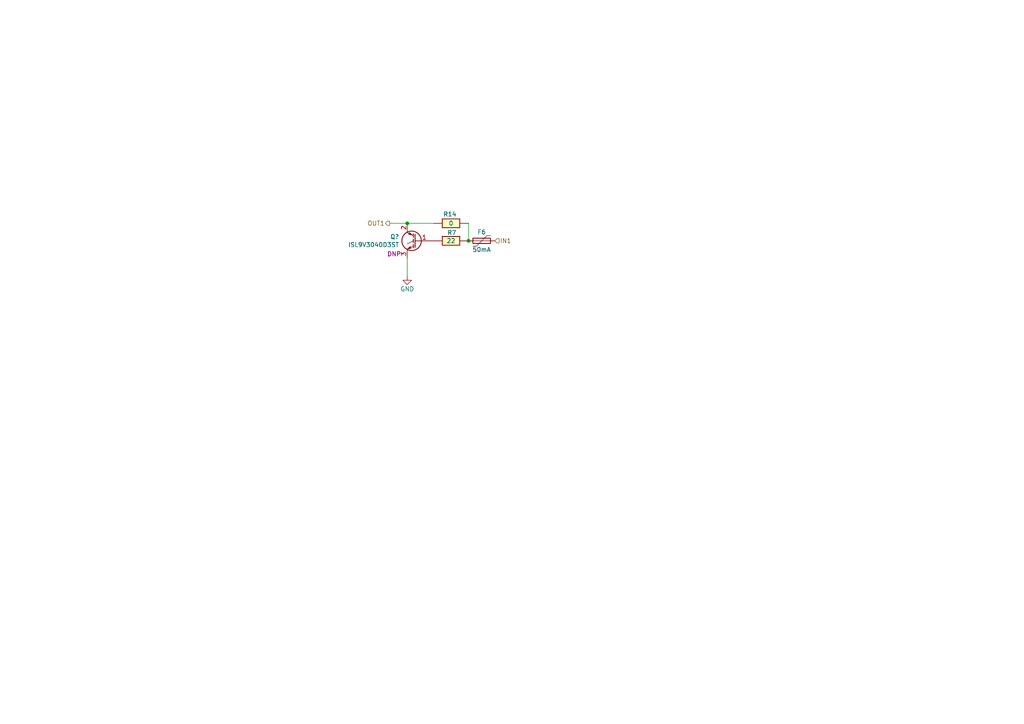
<source format=kicad_sch>
(kicad_sch (version 20230121) (generator eeschema)
  (paper "A4")
  (title_block (title "UAEFI Ignition") (date "2023-11-01") (rev "B") (company "rusefi.com"))
  (lib_symbols
    (symbol "Device:Polyfuse" (pin_numbers hide) (pin_names (offset 0))
      (property "Reference" "F" (at -2.54 0 90))
      (property "Value" "Polyfuse" (at 2.54 0 90))
      (symbol "Polyfuse_0_1"
        (rectangle (start -0.762 2.54) (end 0.762 -2.54) (stroke (width 0.254)))
        (polyline (pts (xy 0 2.54) (xy 0 -2.54)))
        (polyline (pts (xy -1.524 2.54) (xy -1.524 1.524) (xy 1.524 -1.524) (xy 1.524 -2.54)))
      )
      (symbol "Polyfuse_1_1"
        (pin passive line (at 0 3.81 270) (length 1.27) (name "~") (number "1"))
        (pin passive line (at 0 -3.81 90) (length 1.27) (name "~") (number "2"))
      )
    )
    (symbol "Device:Q_NIGBT_GCE" (pin_names (offset 0) hide)
      (property "Reference" "Q" (at 5.08 1.27 0))
      (property "Value" "Q_NIGBT_GCE" (at 5.08 -1.27 0))
      (symbol "Q_NIGBT_GCE_0_1"
        (polyline (pts (xy 0.762 -1.016) (xy 0.762 -2.032)) (stroke (width 0.254)))
        (polyline (pts (xy 0.762 0.508) (xy 0.762 -0.508)) (stroke (width 0.254)))
        (polyline (pts (xy 0.762 2.032) (xy 0.762 1.016)) (stroke (width 0.254)))
        (polyline (pts (xy 2.54 -2.413) (xy 0.762 -1.524)))
        (polyline (pts (xy 2.54 -0.889) (xy 0.762 0)))
        (polyline (pts (xy 2.54 2.413) (xy 0.762 1.524)))
        (polyline (pts (xy 0.254 1.905) (xy 0.254 -1.905) (xy 0.254 -1.905)) (stroke (width 0.254)))
        (polyline (pts (xy 1.397 -2.159) (xy 1.651 -1.651) (xy 2.54 -2.413) (xy 1.397 -2.159)) (fill (type outline)))
        (polyline (pts (xy 2.159 1.905) (xy 1.905 2.413) (xy 1.016 1.651) (xy 2.159 1.905)) (fill (type outline)))
        (circle (center 1.27 0) (radius 2.8194) (stroke (width 0.254)))
      )
      (symbol "Q_NIGBT_GCE_1_1"
        (pin input line (at -5.08 0 0) (length 5.334) (name "G") (number "1"))
        (pin passive line (at 2.54 5.08 270) (length 2.54) (name "C") (number "2"))
        (pin passive line (at 2.54 -5.08 90) (length 2.54) (name "E") (number "3"))
      )
    )
    (symbol "hellen-one-common:Res" (pin_numbers hide)
      (property "Reference" "R" (at 3.81 2.54 0))
      (property "Value" "Res" (at 5.08 -2.54 0))
      (symbol "Res_1_0"
        (rectangle (start 2.54 -1.27) (end 7.62 1.27) (stroke (width 0.254)) (fill (type background)))
        (pin passive line (at 0 0 0) (length 2.54) (name "") (number "1"))
        (pin passive line (at 10.16 0 180) (length 2.54) (name "") (number "2"))
      )
    )
    (symbol "power:GND" (power) (pin_names (offset 0))
      (property "Value" "GND" (at 0 -3.81 0))
      (symbol "GND_0_1"
        (polyline (pts (xy 0 0) (xy 0 -1.27) (xy 1.27 -1.27) (xy 0 -2.54) (xy -1.27 -1.27) (xy 0 -1.27)))
      )
      (symbol "GND_1_1"
        (pin power_in line (at 0 0 270) (length 0) hide (name "GND") (number "1"))
      )
    )
  )
  (junction (at 118.11 64.77))
  (junction (at 135.89 69.85))
  (wire (pts (xy 118.11 74.93) (xy 118.11 80.01)))
  (wire (pts (xy 113.03 64.77) (xy 118.11 64.77)))
  (wire (pts (xy 118.11 64.77) (xy 125.73 64.77)))
  (wire (pts (xy 135.89 64.77) (xy 135.89 69.85)))
  (hierarchical_label "OUT1" (shape output) (at 113.03 64.77 180))
  (hierarchical_label "IN1" (shape input) (at 143.51 69.85 0))
  (symbol (lib_id "hellen-one-common:Res") (at 125.73 69.85 0) (mirror x) (unit 1)
    (property "Reference" "R7" (at 131.052 67.5018 0))
    (property "Value" "22" (at 130.81 69.85 0))
    (property "Footprint" "hellen-one-common:R0603" (effects hide))
    (property "LCSC" "C23345" (effects hide))
    (instances (project "proteus81harley" (path "" (reference "R7") (unit 1))) (project "SSRP 4EFE" (path "" (reference "R17") (unit 1))))
  )
  (symbol (lib_id "hellen-one-common:Res") (at 135.89 64.77 0) (mirror y) (unit 1)
    (property "Reference" "R14" (at 130.4896 62.1253 0))
    (property "Value" "0" (at 130.81 64.77 0))
    (property "Footprint" "Resistor_SMD:R_2512_6332Metric" (effects hide))
    (property "LCSC" "C25469" (effects hide))
    (instances (project "proteus81harley" (path "" (reference "R14") (unit 1))) (project "SSRP 4EFE" (path "" (reference "R20") (unit 1))))
  )
  (symbol (lib_id "Device:Q_NIGBT_GCE") (at 120.65 69.85 0) (mirror y) (unit 1)
    (property "Reference" "Q?" (at 115.7986 68.6816 0) (effects (justify left)))
    (property "Value" "ISL9V3040D3ST" (at 115.7986 70.993 0) (effects (justify left)))
    (property "Footprint" "Package_TO_SOT_SMD:TO-252-2" (effects hide))
    (property "MyComment" "DNP" (at 114.3 73.66 0))
    (instances (project "hellen-hyundai-pb-154" (path "" (reference "Q?") (unit 1)) (path "" (reference "Q?") (unit 1))) (project "DUMB_COILS4" (path "" (reference "Q?") (unit 1))) (project "SSRP 4EFE" (path "" (reference "Q7") (unit 1))) (project "ign_quad" (path "" (reference "Q?") (unit 1))))
  )
  (symbol (lib_id "power:GND") (at 118.11 80.01 0) (unit 1)
    (property "Reference" "#PWR?" (effects hide))
    (property "Value" "GND" (at 118.11 83.82 0))
    (instances (project "hellen-hyundai-pb-154" (path "" (reference "#PWR?") (unit 1)) (path "" (reference "#PWR?") (unit 1))) (project "DUMB_COILS4" (path "" (reference "#PWR?") (unit 1))) (project "SSRP 4EFE" (path "" (reference "#PWR099") (unit 1))) (project "ign_quad" (path "" (reference "#PWR?") (unit 1))))
  )
  (symbol (lib_id "Device:Polyfuse") (at 139.7 69.85 90) (unit 1)
    (property "Reference" "F6" (at 139.7 67.31 90))
    (property "Value" "50mA" (at 139.7 72.39 90))
    (property "Footprint" "Fuse:Fuse_0603_1608Metric" (effects hide))
    (property "LCSC" "C369141" (effects hide))
  )
)
</source>
